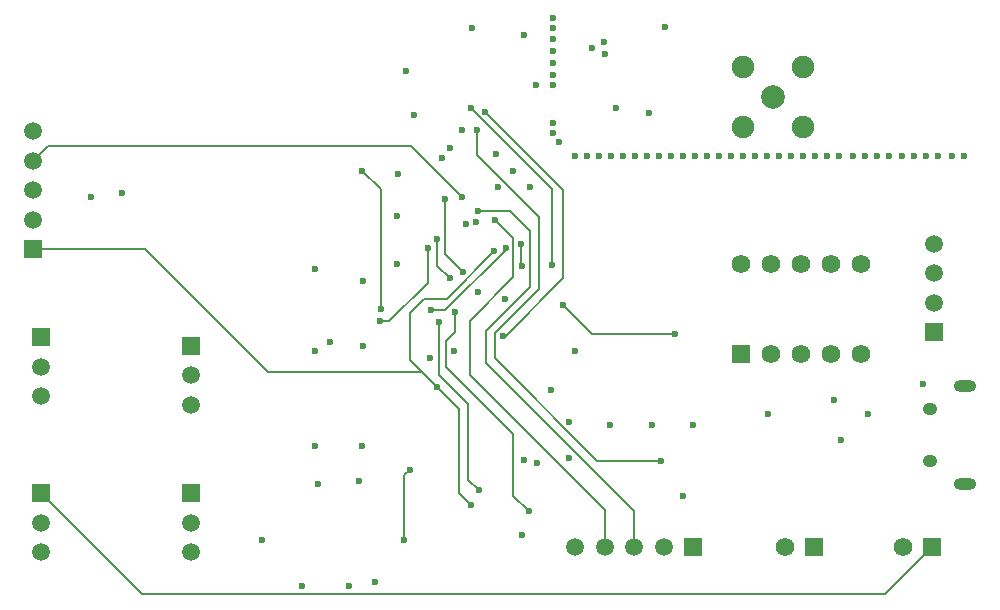
<source format=gbr>
%TF.GenerationSoftware,KiCad,Pcbnew,9.0.0*%
%TF.CreationDate,2025-11-11T18:57:33-05:00*%
%TF.ProjectId,Agi_WSN,4167695f-5753-44e2-9e6b-696361645f70,rev?*%
%TF.SameCoordinates,Original*%
%TF.FileFunction,Copper,L4,Bot*%
%TF.FilePolarity,Positive*%
%FSLAX46Y46*%
G04 Gerber Fmt 4.6, Leading zero omitted, Abs format (unit mm)*
G04 Created by KiCad (PCBNEW 9.0.0) date 2025-11-11 18:57:33*
%MOMM*%
%LPD*%
G01*
G04 APERTURE LIST*
%TA.AperFunction,ComponentPad*%
%ADD10R,1.580000X1.580000*%
%TD*%
%TA.AperFunction,ComponentPad*%
%ADD11C,1.580000*%
%TD*%
%TA.AperFunction,ComponentPad*%
%ADD12C,1.575000*%
%TD*%
%TA.AperFunction,ComponentPad*%
%ADD13R,1.575000X1.575000*%
%TD*%
%TA.AperFunction,ComponentPad*%
%ADD14C,1.508000*%
%TD*%
%TA.AperFunction,ComponentPad*%
%ADD15R,1.508000X1.508000*%
%TD*%
%TA.AperFunction,HeatsinkPad*%
%ADD16O,1.900000X1.000000*%
%TD*%
%TA.AperFunction,HeatsinkPad*%
%ADD17O,1.250000X1.050000*%
%TD*%
%TA.AperFunction,ComponentPad*%
%ADD18C,2.006600*%
%TD*%
%TA.AperFunction,ComponentPad*%
%ADD19C,1.905000*%
%TD*%
%TA.AperFunction,ViaPad*%
%ADD20C,0.600000*%
%TD*%
%TA.AperFunction,Conductor*%
%ADD21C,0.200000*%
%TD*%
G04 APERTURE END LIST*
D10*
%TO.P,S1,1A*%
%TO.N,/MCU/DIP0*%
X141530000Y-106700000D03*
D11*
%TO.P,S1,1B*%
%TO.N,GND*%
X141530000Y-99080000D03*
%TO.P,S1,2A*%
%TO.N,/MCU/DIP1*%
X144070000Y-106700000D03*
%TO.P,S1,2B*%
%TO.N,GND*%
X144070000Y-99080000D03*
%TO.P,S1,3A*%
%TO.N,unconnected-(S1-Pad3A)*%
X146610000Y-106700000D03*
%TO.P,S1,3B*%
%TO.N,GND*%
X146610000Y-99080000D03*
%TO.P,S1,4A*%
%TO.N,unconnected-(S1-Pad4A)*%
X149150000Y-106700000D03*
%TO.P,S1,4B*%
%TO.N,GND*%
X149150000Y-99080000D03*
%TO.P,S1,5A*%
%TO.N,unconnected-(S1-Pad5A)*%
X151690000Y-106700000D03*
%TO.P,S1,5B*%
%TO.N,GND*%
X151690000Y-99080000D03*
%TD*%
D12*
%TO.P,J10,2,2*%
%TO.N,GND*%
X155250000Y-123025000D03*
D13*
%TO.P,J10,1,1*%
%TO.N,+5V*%
X157750000Y-123025000D03*
%TD*%
D12*
%TO.P,J9,2,2*%
%TO.N,GND*%
X145250000Y-123025000D03*
D13*
%TO.P,J9,1,1*%
%TO.N,+3.3V*%
X147750000Y-123025000D03*
%TD*%
D14*
%TO.P,J8,3,3*%
%TO.N,SO*%
X81590000Y-92860000D03*
%TO.P,J8,4,4*%
%TO.N,EXT_CS*%
X81590000Y-90360000D03*
%TO.P,J8,2,2*%
%TO.N,SCK*%
X81590000Y-95360000D03*
D15*
%TO.P,J8,1,1*%
%TO.N,SI*%
X81590000Y-97860000D03*
D14*
%TO.P,J8,5,5*%
%TO.N,GND*%
X81590000Y-87860000D03*
%TD*%
%TO.P,J7,3,3*%
%TO.N,GND*%
X82250000Y-123500000D03*
%TO.P,J7,2,2*%
%TO.N,Sensor C(5V)*%
X82250000Y-121000000D03*
D15*
%TO.P,J7,1,1*%
%TO.N,+5V*%
X82250000Y-118500000D03*
%TD*%
D14*
%TO.P,J6,3,3*%
%TO.N,GND*%
X82250000Y-110290000D03*
%TO.P,J6,2,2*%
%TO.N,Input A*%
X82250000Y-107790000D03*
D15*
%TO.P,J6,1,1*%
%TO.N,+3.3V*%
X82250000Y-105290000D03*
%TD*%
D14*
%TO.P,J5,3,3*%
%TO.N,GND*%
X95025000Y-111000000D03*
%TO.P,J5,2,2*%
%TO.N,Input B*%
X95025000Y-108500000D03*
D15*
%TO.P,J5,1,1*%
%TO.N,+3.3V*%
X95025000Y-106000000D03*
%TD*%
D14*
%TO.P,J3,3,3*%
%TO.N,SWDIO*%
X132500000Y-123025000D03*
%TO.P,J3,4,4*%
%TO.N,SWCLK*%
X130000000Y-123025000D03*
%TO.P,J3,2,2*%
%TO.N,NRST*%
X135000000Y-123025000D03*
D15*
%TO.P,J3,1,1*%
%TO.N,+3.3V*%
X137500000Y-123025000D03*
D14*
%TO.P,J3,5,5*%
%TO.N,GND*%
X127500000Y-123025000D03*
%TD*%
D16*
%TO.P,J2,6,Shield*%
%TO.N,GND*%
X160550000Y-117745000D03*
D17*
X157550000Y-115795000D03*
X157550000Y-111345000D03*
D16*
X160550000Y-109395000D03*
%TD*%
D18*
%TO.P,J1,1,1*%
%TO.N,Net-(C25-Pad2)*%
X144272000Y-84963000D03*
D19*
%TO.P,J1,2*%
%TO.N,GND*%
X141719300Y-82410300D03*
%TO.P,J1,3*%
X141719300Y-87515700D03*
%TO.P,J1,4*%
X146824700Y-87515700D03*
%TO.P,J1,5*%
X146824700Y-82410300D03*
%TD*%
D14*
%TO.P,J4,3,3*%
%TO.N,GND*%
X95000000Y-123500000D03*
%TO.P,J4,2,2*%
%TO.N,Sensor C(3.3V)*%
X95000000Y-121000000D03*
D15*
%TO.P,J4,1,1*%
%TO.N,+3.3V*%
X95000000Y-118500000D03*
%TD*%
D14*
%TO.P,J11,3,3*%
%TO.N,UART_TX*%
X157910000Y-99870000D03*
%TO.P,J11,4,4*%
%TO.N,GND*%
X157910000Y-97370000D03*
%TO.P,J11,2,2*%
%TO.N,UART_RX*%
X157910000Y-102370000D03*
D15*
%TO.P,J11,1,1*%
%TO.N,+3.3V*%
X157910000Y-104870000D03*
%TD*%
D20*
%TO.N,GND*%
X125603518Y-78230272D03*
X120954800Y-92557600D03*
X120853200Y-89763600D03*
X123698000Y-92557600D03*
X122259500Y-91200000D03*
%TO.N,+3.3V*%
X121564400Y-102057200D03*
X124256800Y-115925600D03*
%TO.N,GND*%
X143814800Y-111810800D03*
X133807200Y-86309200D03*
X130962400Y-85852000D03*
X135128000Y-78994000D03*
%TO.N,+3.3V*%
X130048000Y-81280000D03*
%TO.N,GND*%
X129921000Y-80264000D03*
%TO.N,+3.3V*%
X128905000Y-80772000D03*
%TO.N,GND*%
X159385000Y-89916000D03*
X160401000Y-89916000D03*
X155194000Y-89916000D03*
X158242000Y-89916000D03*
X156210000Y-89916000D03*
X157226000Y-89916000D03*
X151003000Y-89916000D03*
X154051000Y-89916000D03*
X152019000Y-89916000D03*
X153035000Y-89916000D03*
X146812000Y-89916000D03*
X149860000Y-89916000D03*
X147828000Y-89916000D03*
X148844000Y-89916000D03*
X142748000Y-89916000D03*
X145796000Y-89916000D03*
X143764000Y-89916000D03*
X144780000Y-89916000D03*
X138684000Y-89916000D03*
X141732000Y-89916000D03*
X139700000Y-89916000D03*
X140716000Y-89916000D03*
X134620000Y-89916000D03*
X137668000Y-89916000D03*
X135636000Y-89916000D03*
X136652000Y-89916000D03*
X130556000Y-89916000D03*
X133604000Y-89916000D03*
X131572000Y-89916000D03*
X132588000Y-89916000D03*
X128524000Y-89916000D03*
X129540000Y-89916000D03*
X127508000Y-89916000D03*
X125603000Y-88011000D03*
X125603000Y-83058000D03*
X125603000Y-87122000D03*
X125603000Y-83947000D03*
X125603000Y-82042000D03*
X125603000Y-81026000D03*
X125603000Y-80010000D03*
X125603000Y-79121000D03*
X156972000Y-109220000D03*
X136630000Y-118750000D03*
%TO.N,+3.3V*%
X115200000Y-107070000D03*
%TO.N,ADC_CS*%
X117330000Y-103190000D03*
X116910000Y-100300000D03*
%TO.N,Net-(U3-VBAT)*%
X111071734Y-102898266D03*
%TO.N,GND*%
X89150000Y-93070000D03*
%TO.N,Net-(U3-VBAT)*%
X109500000Y-91200000D03*
%TO.N,+3.3V*%
X124240000Y-83950000D03*
X112490000Y-91460000D03*
%TO.N,/MCU/LED*%
X126520000Y-102590000D03*
X135930000Y-104990000D03*
X123000000Y-99280000D03*
%TO.N,GND*%
X123170000Y-79690000D03*
%TO.N,+3.3V*%
X106760000Y-105680000D03*
X86530000Y-93390000D03*
%TO.N,GND*%
X126140000Y-88790000D03*
%TO.N,!W*%
X121410000Y-105180000D03*
%TO.N,HOLD*%
X125530000Y-99140000D03*
%TO.N,SO*%
X116027000Y-104005000D03*
X119360000Y-118240000D03*
%TO.N,SI*%
X118680000Y-119520000D03*
%TO.N,ADC_CS*%
X123600000Y-120020000D03*
%TO.N,EEPROM_CS*%
X118035735Y-99785735D03*
X116530000Y-93610000D03*
%TO.N,EXT_CS*%
X117900000Y-93410000D03*
%TO.N,ADC_CS*%
X115840000Y-97010000D03*
%TO.N,GND*%
X118240000Y-95700000D03*
%TO.N,RTC_CS*%
X110960000Y-103930000D03*
%TO.N,MFP*%
X115280000Y-103000000D03*
%TO.N,RTC_CS*%
X115020000Y-97730000D03*
%TO.N,SI*%
X120670000Y-98000000D03*
%TO.N,MFP*%
X121640000Y-97720000D03*
%TO.N,/MCU/LED*%
X122970000Y-97390000D03*
%TO.N,SWDIO*%
X119270000Y-94640000D03*
%TO.N,SWCLK*%
X120740000Y-95360000D03*
%TO.N,+3.3V*%
X119140000Y-95580000D03*
%TO.N,GND*%
X112430000Y-95020000D03*
X116220000Y-90080000D03*
X116910000Y-89290000D03*
%TO.N,NRST*%
X119210000Y-87750000D03*
%TO.N,HOLD*%
X118710000Y-85870000D03*
%TO.N,!W*%
X119920000Y-86240000D03*
%TO.N,GND*%
X113235000Y-82780000D03*
X118795000Y-79090000D03*
%TO.N,+3.3V*%
X117899500Y-87730000D03*
%TO.N,GND*%
X113879500Y-86450000D03*
%TO.N,SI*%
X115777000Y-109505000D03*
%TO.N,+3.3V*%
X125500000Y-109750000D03*
%TO.N,GND*%
X117277000Y-106505000D03*
X119310000Y-101500000D03*
%TO.N,NRST*%
X134750000Y-115750000D03*
%TO.N,+3.3V*%
X127500000Y-106500000D03*
%TO.N,GND*%
X149412500Y-110570000D03*
X150050000Y-114020000D03*
X152300000Y-111770000D03*
X137500000Y-112750000D03*
X134000000Y-112750000D03*
X130500000Y-112750000D03*
X127000000Y-112500000D03*
X127000000Y-115500000D03*
X123190000Y-115690000D03*
X123000000Y-122000000D03*
%TO.N,+3.3V*%
X112395600Y-99136400D03*
%TO.N,GND*%
X109527000Y-106005000D03*
X109527000Y-100505000D03*
X105527000Y-99505000D03*
X105527000Y-106505000D03*
X109500000Y-114500000D03*
X105500000Y-114500000D03*
X110562500Y-126062500D03*
X104387500Y-126387500D03*
%TO.N,+3.3V*%
X101000000Y-122500000D03*
%TO.N,GND*%
X105750000Y-117750000D03*
X109250000Y-117500000D03*
%TO.N,/Sensors/Therm*%
X113000000Y-122500000D03*
X113500000Y-116500000D03*
%TO.N,GND*%
X108337500Y-126337500D03*
%TD*%
D21*
%TO.N,SWCLK*%
X118570000Y-108520000D02*
X130000000Y-119950000D01*
X118570000Y-103900000D02*
X118570000Y-108520000D01*
X130000000Y-119950000D02*
X130000000Y-123025000D01*
X122241000Y-96861000D02*
X122241000Y-100229000D01*
X120740000Y-95360000D02*
X122241000Y-96861000D01*
X122241000Y-100229000D02*
X118570000Y-103900000D01*
%TO.N,+5V*%
X152400000Y-127060000D02*
X153715000Y-127060000D01*
%TO.N,ADC_CS*%
X122280000Y-113460000D02*
X122280000Y-118700000D01*
X116620000Y-105600000D02*
X116620000Y-107800000D01*
X116620000Y-107800000D02*
X122280000Y-113460000D01*
X117330000Y-104890000D02*
X116620000Y-105600000D01*
X117330000Y-103190000D02*
X117330000Y-104890000D01*
X122280000Y-118700000D02*
X123600000Y-120020000D01*
X115840000Y-99230000D02*
X116910000Y-100300000D01*
X115840000Y-97010000D02*
X115840000Y-99230000D01*
%TO.N,EEPROM_CS*%
X116530000Y-98280000D02*
X116530000Y-93610000D01*
X118035735Y-99785735D02*
X116530000Y-98280000D01*
%TO.N,SO*%
X116027000Y-108537000D02*
X116027000Y-104005000D01*
X118480000Y-110990000D02*
X116027000Y-108537000D01*
X118480000Y-117360000D02*
X118480000Y-110990000D01*
X119360000Y-118240000D02*
X118480000Y-117360000D01*
%TO.N,Net-(U3-VBAT)*%
X111071734Y-92771734D02*
X109500000Y-91200000D01*
X111071734Y-102898266D02*
X111071734Y-92771734D01*
%TO.N,/MCU/LED*%
X128920000Y-104990000D02*
X135930000Y-104990000D01*
X122970000Y-99250000D02*
X123000000Y-99280000D01*
X122970000Y-97390000D02*
X122970000Y-99250000D01*
X126520000Y-102590000D02*
X128920000Y-104990000D01*
%TO.N,NRST*%
X129400057Y-115750000D02*
X134750000Y-115750000D01*
X120710000Y-104920000D02*
X120710000Y-107059943D01*
X120710000Y-107059943D02*
X129400057Y-115750000D01*
X124450000Y-101180000D02*
X120710000Y-104920000D01*
X124450000Y-95100000D02*
X124450000Y-101180000D01*
X119210000Y-89860000D02*
X124450000Y-95100000D01*
X119210000Y-87750000D02*
X119210000Y-89860000D01*
%TO.N,SWDIO*%
X123660000Y-96280000D02*
X122020000Y-94640000D01*
X123660000Y-101070000D02*
X123660000Y-96280000D01*
X122020000Y-94640000D02*
X119270000Y-94640000D01*
X119970000Y-104760000D02*
X123660000Y-101070000D01*
X132500000Y-120030000D02*
X132500000Y-123025000D01*
X119970000Y-107500000D02*
X132500000Y-120030000D01*
X119970000Y-104760000D02*
X119970000Y-107500000D01*
X119270000Y-94640000D02*
X119290000Y-94620000D01*
%TO.N,RTC_CS*%
X111770000Y-103930000D02*
X110960000Y-103930000D01*
X115030000Y-100670000D02*
X111770000Y-103930000D01*
X115030000Y-98010000D02*
X115030000Y-100670000D01*
X115020000Y-98000000D02*
X115030000Y-98010000D01*
X115020000Y-97730000D02*
X115020000Y-98000000D01*
%TO.N,!W*%
X126510000Y-100310000D02*
X126510000Y-92830000D01*
X121640000Y-105180000D02*
X126510000Y-100310000D01*
X126510000Y-92830000D02*
X119920000Y-86240000D01*
X121410000Y-105180000D02*
X121640000Y-105180000D01*
%TO.N,HOLD*%
X125530000Y-92699944D02*
X125530000Y-99140000D01*
X125460028Y-92629972D02*
X125530000Y-92699944D01*
X125460028Y-92629972D02*
X125480000Y-92649943D01*
X118710000Y-85879943D02*
X125460028Y-92629972D01*
X118710000Y-85870000D02*
X118710000Y-85879943D01*
%TO.N,SI*%
X117670000Y-111398000D02*
X115777000Y-109505000D01*
X117670000Y-118510000D02*
X117670000Y-111398000D01*
X118680000Y-119520000D02*
X117670000Y-118510000D01*
%TO.N,EXT_CS*%
X113590000Y-89100000D02*
X82850000Y-89100000D01*
X117900000Y-93410000D02*
X113590000Y-89100000D01*
X82850000Y-89100000D02*
X81590000Y-90360000D01*
%TO.N,SI*%
X113530000Y-107258000D02*
X115777000Y-109505000D01*
X113530000Y-103220000D02*
X113530000Y-107258000D01*
X114710000Y-102040000D02*
X113530000Y-103220000D01*
X116630000Y-102040000D02*
X114710000Y-102040000D01*
X120670000Y-98000000D02*
X116630000Y-102040000D01*
%TO.N,MFP*%
X116519943Y-103000000D02*
X115280000Y-103000000D01*
X121640000Y-97879943D02*
X116519943Y-103000000D01*
X121640000Y-97720000D02*
X121640000Y-97879943D01*
%TO.N,SI*%
X91132000Y-97860000D02*
X81590000Y-97860000D01*
X101527000Y-108255000D02*
X91132000Y-97860000D01*
%TO.N,+5V*%
X153715000Y-127060000D02*
X157750000Y-123025000D01*
X90860000Y-127060000D02*
X152400000Y-127060000D01*
X82300000Y-118500000D02*
X90860000Y-127060000D01*
X82250000Y-118500000D02*
X82300000Y-118500000D01*
%TO.N,SI*%
X114527000Y-108255000D02*
X115777000Y-109505000D01*
X101527000Y-108255000D02*
X114527000Y-108255000D01*
%TO.N,/Sensors/Therm*%
X113000000Y-122500000D02*
X113000000Y-117000000D01*
X113000000Y-117000000D02*
X113500000Y-116500000D01*
%TD*%
M02*

</source>
